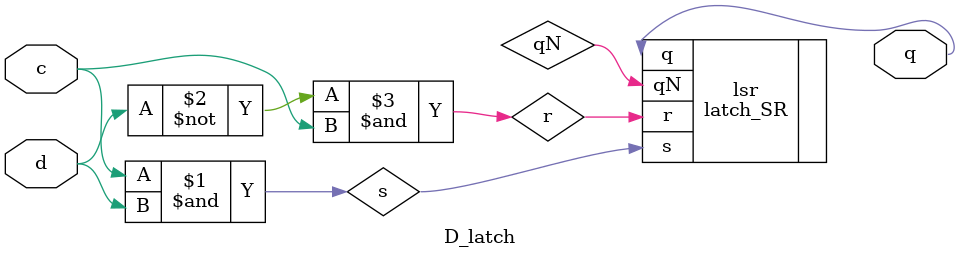
<source format=v>
/*
    rete sequenziale asincrona, trasparente
    ***************************************
    con c = 1 è in trasparenza --> memorizza d
    con c = 0 è in conservazione --> mantiene l'ultimo valore di d
*/

module D_latch (
    d, c, q
);
    input d, c;
    output q;

    wire s, r;
    assign s = c & d;
    assign r = ~d & c;

    latch_SR lsr(.s(s), .r(r), .q(q), .qN);

endmodule

/*
    per non avere problemi d deve stare costante per
    Thold dopo e per Tsetup prima
    che c passa da 1 a 0
*/
/*
    link per vedere la simulazione:
http://digitaljs.tilk.eu/#b8b5cb4b57634db9188e45cd1ef8df436367e3f6484edc7eee8f75e41c2a0842
*/
</source>
